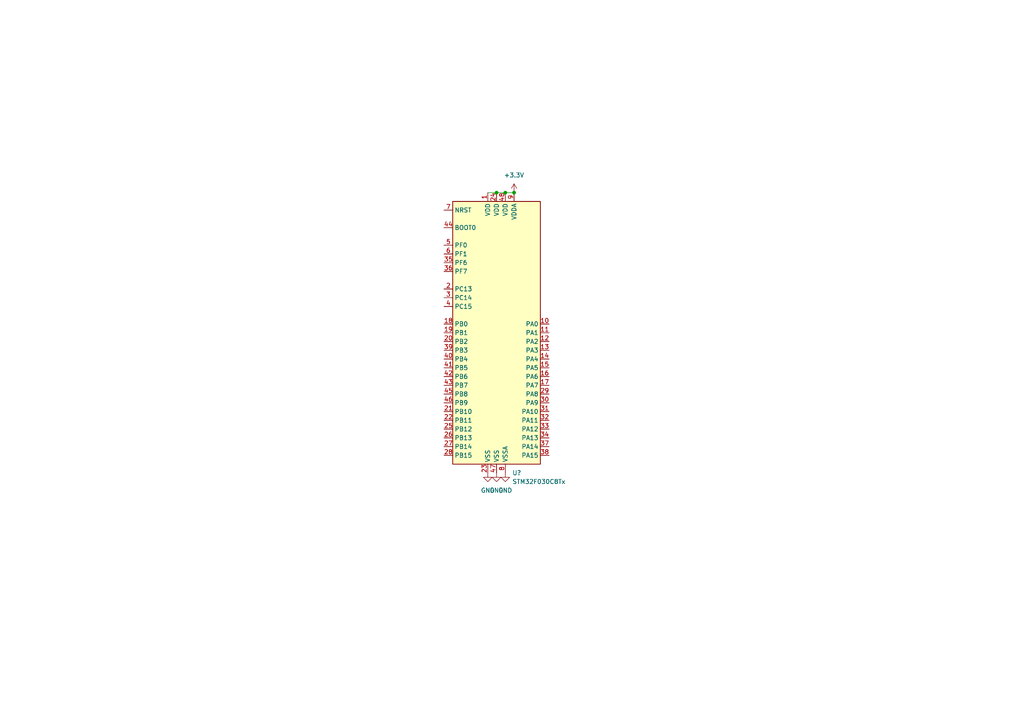
<source format=kicad_sch>
(kicad_sch (version 20211123) (generator eeschema)
  (paper "A4")
  (lib_symbols
    (symbol "MCU_ST_STM32F0:STM32F030C8Tx"
      (property "Reference" "U" (at -12.7 39.37 0))
      (property "Value" "STM32F030C8Tx" (at 7.62 39.37 0))
      (symbol "STM32F030C8Tx_0_1"
        (rectangle (start -12.7 -38.1) (end 12.7 38.1) (stroke (width 0.254)) (fill (type background)))
      )
      (symbol "STM32F030C8Tx_1_1"
        (pin power_in line (at -2.54 40.64 270) (length 2.54) (name "VDD") (number "1"))
        (pin bidirectional line (at 15.24 2.54 180) (length 2.54) (name "PA0") (number "10"))
        (pin bidirectional line (at 15.24 0 180) (length 2.54) (name "PA1") (number "11"))
        (pin bidirectional line (at 15.24 -2.54 180) (length 2.54) (name "PA2") (number "12"))
        (pin bidirectional line (at 15.24 -5.08 180) (length 2.54) (name "PA3") (number "13"))
        (pin bidirectional line (at 15.24 -7.62 180) (length 2.54) (name "PA4") (number "14"))
        (pin bidirectional line (at 15.24 -10.16 180) (length 2.54) (name "PA5") (number "15"))
        (pin bidirectional line (at 15.24 -12.7 180) (length 2.54) (name "PA6") (number "16"))
        (pin bidirectional line (at 15.24 -15.24 180) (length 2.54) (name "PA7") (number "17"))
        (pin bidirectional line (at -15.24 2.54 0) (length 2.54) (name "PB0") (number "18"))
        (pin bidirectional line (at -15.24 0 0) (length 2.54) (name "PB1") (number "19"))
        (pin bidirectional line (at -15.24 12.7 0) (length 2.54) (name "PC13") (number "2"))
        (pin bidirectional line (at -15.24 -2.54 0) (length 2.54) (name "PB2") (number "20"))
        (pin bidirectional line (at -15.24 -22.86 0) (length 2.54) (name "PB10") (number "21"))
        (pin bidirectional line (at -15.24 -25.4 0) (length 2.54) (name "PB11") (number "22"))
        (pin power_in line (at -2.54 -40.64 90) (length 2.54) (name "VSS") (number "23"))
        (pin power_in line (at 0 40.64 270) (length 2.54) (name "VDD") (number "24"))
        (pin bidirectional line (at -15.24 -27.94 0) (length 2.54) (name "PB12") (number "25"))
        (pin bidirectional line (at -15.24 -30.48 0) (length 2.54) (name "PB13") (number "26"))
        (pin bidirectional line (at -15.24 -33.02 0) (length 2.54) (name "PB14") (number "27"))
        (pin bidirectional line (at -15.24 -35.56 0) (length 2.54) (name "PB15") (number "28"))
        (pin bidirectional line (at 15.24 -17.78 180) (length 2.54) (name "PA8") (number "29"))
        (pin bidirectional line (at -15.24 10.16 0) (length 2.54) (name "PC14") (number "3"))
        (pin bidirectional line (at 15.24 -20.32 180) (length 2.54) (name "PA9") (number "30"))
        (pin bidirectional line (at 15.24 -22.86 180) (length 2.54) (name "PA10") (number "31"))
        (pin bidirectional line (at 15.24 -25.4 180) (length 2.54) (name "PA11") (number "32"))
        (pin bidirectional line (at 15.24 -27.94 180) (length 2.54) (name "PA12") (number "33"))
        (pin bidirectional line (at 15.24 -30.48 180) (length 2.54) (name "PA13") (number "34"))
        (pin bidirectional line (at -15.24 20.32 0) (length 2.54) (name "PF6") (number "35"))
        (pin bidirectional line (at -15.24 17.78 0) (length 2.54) (name "PF7") (number "36"))
        (pin bidirectional line (at 15.24 -33.02 180) (length 2.54) (name "PA14") (number "37"))
        (pin bidirectional line (at 15.24 -35.56 180) (length 2.54) (name "PA15") (number "38"))
        (pin bidirectional line (at -15.24 -5.08 0) (length 2.54) (name "PB3") (number "39"))
        (pin bidirectional line (at -15.24 7.62 0) (length 2.54) (name "PC15") (number "4"))
        (pin bidirectional line (at -15.24 -7.62 0) (length 2.54) (name "PB4") (number "40"))
        (pin bidirectional line (at -15.24 -10.16 0) (length 2.54) (name "PB5") (number "41"))
        (pin bidirectional line (at -15.24 -12.7 0) (length 2.54) (name "PB6") (number "42"))
        (pin bidirectional line (at -15.24 -15.24 0) (length 2.54) (name "PB7") (number "43"))
        (pin input line (at -15.24 30.48 0) (length 2.54) (name "BOOT0") (number "44"))
        (pin bidirectional line (at -15.24 -17.78 0) (length 2.54) (name "PB8") (number "45"))
        (pin bidirectional line (at -15.24 -20.32 0) (length 2.54) (name "PB9") (number "46"))
        (pin power_in line (at 0 -40.64 90) (length 2.54) (name "VSS") (number "47"))
        (pin power_in line (at 2.54 40.64 270) (length 2.54) (name "VDD") (number "48"))
        (pin input line (at -15.24 25.4 0) (length 2.54) (name "PF0") (number "5"))
        (pin input line (at -15.24 22.86 0) (length 2.54) (name "PF1") (number "6"))
        (pin input line (at -15.24 35.56 0) (length 2.54) (name "NRST") (number "7"))
        (pin power_in line (at 2.54 -40.64 90) (length 2.54) (name "VSSA") (number "8"))
        (pin power_in line (at 5.08 40.64 270) (length 2.54) (name "VDDA") (number "9"))
      )
    )
    (symbol "power:+3.3V" (power) (pin_names (offset 0))
      (property "Value" "+3.3V" (at 0 3.556 0))
      (symbol "+3.3V_0_1"
        (polyline (pts (xy -0.762 1.27) (xy 0 2.54)))
        (polyline (pts (xy 0 0) (xy 0 2.54)))
        (polyline (pts (xy 0 2.54) (xy 0.762 1.27)))
      )
      (symbol "+3.3V_1_1"
        (pin power_in line (at 0 0 90) (length 0) hide (name "+3.3V") (number "1"))
      )
    )
    (symbol "power:GND" (power) (pin_names (offset 0))
      (property "Value" "GND" (at 0 -3.81 0))
      (symbol "GND_0_1"
        (polyline (pts (xy 0 0) (xy 0 -1.27) (xy 1.27 -1.27) (xy 0 -2.54) (xy -1.27 -1.27) (xy 0 -1.27)))
      )
      (symbol "GND_1_1"
        (pin power_in line (at 0 0 270) (length 0) hide (name "GND") (number "1"))
      )
    )
  )
  (junction (at 144.018 55.88))
  (junction (at 149.098 55.88))
  (junction (at 146.558 55.88))
  (wire (pts (xy 146.558 55.88) (xy 149.098 55.88)))
  (wire (pts (xy 141.478 55.88) (xy 144.018 55.88)))
  (wire (pts (xy 144.018 55.88) (xy 146.558 55.88)))
  (symbol (lib_id "power:+3.3V") (at 149.098 55.88 0) (unit 1)
    (property "Reference" "#PWR?" (effects hide))
    (property "Value" "+3.3V" (at 149.098 50.8 0))
  )
  (symbol (lib_id "power:GND") (at 144.018 137.16 0) (unit 1)
    (property "Reference" "#PWR?" (effects hide))
    (property "Value" "GND" (at 144.018 142.24 0))
  )
  (symbol (lib_id "power:GND") (at 141.478 137.16 0) (unit 1)
    (property "Reference" "#PWR?" (effects hide))
    (property "Value" "GND" (at 141.478 142.24 0))
  )
  (symbol (lib_id "MCU_ST_STM32F0:STM32F030C8Tx") (at 144.018 96.52 0) (unit 1)
    (property "Reference" "U?" (at 148.5774 137.16 0) (effects (justify left)))
    (property "Value" "STM32F030C8Tx" (at 148.5774 139.7 0) (effects (justify left)))
    (property "Footprint" "Package_QFP:LQFP-48_7x7mm_P0.5mm" (effects hide))
    (property "Datasheet" "http://www.st.com/st-web-ui/static/active/en/resource/technical/document/datasheet/DM00088500.pdf" (effects hide))
  )
  (symbol (lib_id "power:GND") (at 146.558 137.16 0) (unit 1)
    (property "Reference" "#PWR?" (effects hide))
    (property "Value" "GND" (at 146.558 142.24 0))
  )
)
</source>
